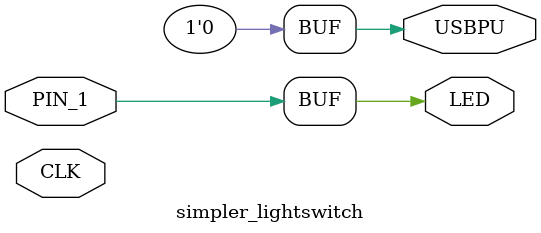
<source format=v>
module simpler_lightswitch (
	input CLK,   // 16MHz clock
	input PIN_1,  // pin one
	output LED,  // onboard led
	output USBPU // usb pullup resistor
);

    //disable usb
    assign USBPU = 0;

    //send led the led_state register
    assign LED = PIN_1;

endmodule

</source>
